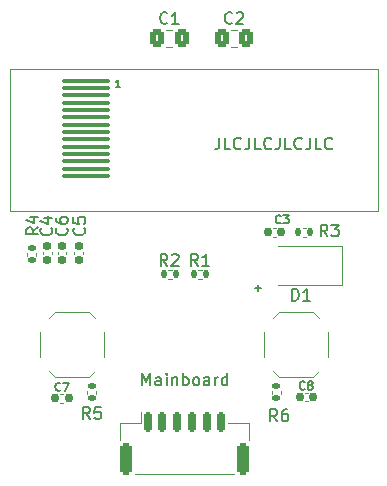
<source format=gbr>
%TF.GenerationSoftware,KiCad,Pcbnew,6.0.10-86aedd382b~118~ubuntu22.04.1*%
%TF.CreationDate,2023-02-07T20:01:53+01:00*%
%TF.ProjectId,ioBoard,696f426f-6172-4642-9e6b-696361645f70,rev?*%
%TF.SameCoordinates,Original*%
%TF.FileFunction,Legend,Top*%
%TF.FilePolarity,Positive*%
%FSLAX46Y46*%
G04 Gerber Fmt 4.6, Leading zero omitted, Abs format (unit mm)*
G04 Created by KiCad (PCBNEW 6.0.10-86aedd382b~118~ubuntu22.04.1) date 2023-02-07 20:01:53*
%MOMM*%
%LPD*%
G01*
G04 APERTURE LIST*
G04 Aperture macros list*
%AMRoundRect*
0 Rectangle with rounded corners*
0 $1 Rounding radius*
0 $2 $3 $4 $5 $6 $7 $8 $9 X,Y pos of 4 corners*
0 Add a 4 corners polygon primitive as box body*
4,1,4,$2,$3,$4,$5,$6,$7,$8,$9,$2,$3,0*
0 Add four circle primitives for the rounded corners*
1,1,$1+$1,$2,$3*
1,1,$1+$1,$4,$5*
1,1,$1+$1,$6,$7*
1,1,$1+$1,$8,$9*
0 Add four rect primitives between the rounded corners*
20,1,$1+$1,$2,$3,$4,$5,0*
20,1,$1+$1,$4,$5,$6,$7,0*
20,1,$1+$1,$6,$7,$8,$9,0*
20,1,$1+$1,$8,$9,$2,$3,0*%
G04 Aperture macros list end*
%ADD10C,0.150000*%
%ADD11C,0.120000*%
%ADD12RoundRect,0.150000X-0.150000X-0.700000X0.150000X-0.700000X0.150000X0.700000X-0.150000X0.700000X0*%
%ADD13RoundRect,0.250000X-0.250000X-1.100000X0.250000X-1.100000X0.250000X1.100000X-0.250000X1.100000X0*%
%ADD14RoundRect,0.155000X0.212500X0.155000X-0.212500X0.155000X-0.212500X-0.155000X0.212500X-0.155000X0*%
%ADD15RoundRect,0.250000X-0.337500X-0.475000X0.337500X-0.475000X0.337500X0.475000X-0.337500X0.475000X0*%
%ADD16RoundRect,0.135000X-0.185000X0.135000X-0.185000X-0.135000X0.185000X-0.135000X0.185000X0.135000X0*%
%ADD17R,2.500000X1.800000*%
%ADD18RoundRect,0.155000X-0.155000X0.212500X-0.155000X-0.212500X0.155000X-0.212500X0.155000X0.212500X0*%
%ADD19RoundRect,0.135000X-0.135000X-0.185000X0.135000X-0.185000X0.135000X0.185000X-0.135000X0.185000X0*%
%ADD20C,2.200000*%
%ADD21RoundRect,0.155000X-0.212500X-0.155000X0.212500X-0.155000X0.212500X0.155000X-0.212500X0.155000X0*%
%ADD22R,1.800000X1.100000*%
%ADD23RoundRect,0.087500X-1.912500X-0.087500X1.912500X-0.087500X1.912500X0.087500X-1.912500X0.087500X0*%
%ADD24RoundRect,0.135000X0.135000X0.185000X-0.135000X0.185000X-0.135000X-0.185000X0.135000X-0.185000X0*%
%ADD25C,0.800000*%
G04 APERTURE END LIST*
D10*
X103466933Y-105460000D02*
X104000266Y-105460000D01*
X103733600Y-105726666D02*
X103733600Y-105193333D01*
X93940761Y-113693380D02*
X93940761Y-112693380D01*
X94274095Y-113407666D01*
X94607428Y-112693380D01*
X94607428Y-113693380D01*
X95512190Y-113693380D02*
X95512190Y-113169571D01*
X95464571Y-113074333D01*
X95369333Y-113026714D01*
X95178857Y-113026714D01*
X95083619Y-113074333D01*
X95512190Y-113645761D02*
X95416952Y-113693380D01*
X95178857Y-113693380D01*
X95083619Y-113645761D01*
X95036000Y-113550523D01*
X95036000Y-113455285D01*
X95083619Y-113360047D01*
X95178857Y-113312428D01*
X95416952Y-113312428D01*
X95512190Y-113264809D01*
X95988380Y-113693380D02*
X95988380Y-113026714D01*
X95988380Y-112693380D02*
X95940761Y-112741000D01*
X95988380Y-112788619D01*
X96036000Y-112741000D01*
X95988380Y-112693380D01*
X95988380Y-112788619D01*
X96464571Y-113026714D02*
X96464571Y-113693380D01*
X96464571Y-113121952D02*
X96512190Y-113074333D01*
X96607428Y-113026714D01*
X96750285Y-113026714D01*
X96845523Y-113074333D01*
X96893142Y-113169571D01*
X96893142Y-113693380D01*
X97369333Y-113693380D02*
X97369333Y-112693380D01*
X97369333Y-113074333D02*
X97464571Y-113026714D01*
X97655047Y-113026714D01*
X97750285Y-113074333D01*
X97797904Y-113121952D01*
X97845523Y-113217190D01*
X97845523Y-113502904D01*
X97797904Y-113598142D01*
X97750285Y-113645761D01*
X97655047Y-113693380D01*
X97464571Y-113693380D01*
X97369333Y-113645761D01*
X98416952Y-113693380D02*
X98321714Y-113645761D01*
X98274095Y-113598142D01*
X98226476Y-113502904D01*
X98226476Y-113217190D01*
X98274095Y-113121952D01*
X98321714Y-113074333D01*
X98416952Y-113026714D01*
X98559809Y-113026714D01*
X98655047Y-113074333D01*
X98702666Y-113121952D01*
X98750285Y-113217190D01*
X98750285Y-113502904D01*
X98702666Y-113598142D01*
X98655047Y-113645761D01*
X98559809Y-113693380D01*
X98416952Y-113693380D01*
X99607428Y-113693380D02*
X99607428Y-113169571D01*
X99559809Y-113074333D01*
X99464571Y-113026714D01*
X99274095Y-113026714D01*
X99178857Y-113074333D01*
X99607428Y-113645761D02*
X99512190Y-113693380D01*
X99274095Y-113693380D01*
X99178857Y-113645761D01*
X99131238Y-113550523D01*
X99131238Y-113455285D01*
X99178857Y-113360047D01*
X99274095Y-113312428D01*
X99512190Y-113312428D01*
X99607428Y-113264809D01*
X100083619Y-113693380D02*
X100083619Y-113026714D01*
X100083619Y-113217190D02*
X100131238Y-113121952D01*
X100178857Y-113074333D01*
X100274095Y-113026714D01*
X100369333Y-113026714D01*
X101131238Y-113693380D02*
X101131238Y-112693380D01*
X101131238Y-113645761D02*
X101036000Y-113693380D01*
X100845523Y-113693380D01*
X100750285Y-113645761D01*
X100702666Y-113598142D01*
X100655047Y-113502904D01*
X100655047Y-113217190D01*
X100702666Y-113121952D01*
X100750285Y-113074333D01*
X100845523Y-113026714D01*
X101036000Y-113026714D01*
X101131238Y-113074333D01*
X100435352Y-92721180D02*
X100435352Y-93435466D01*
X100387733Y-93578323D01*
X100292495Y-93673561D01*
X100149638Y-93721180D01*
X100054400Y-93721180D01*
X101387733Y-93721180D02*
X100911542Y-93721180D01*
X100911542Y-92721180D01*
X102292495Y-93625942D02*
X102244876Y-93673561D01*
X102102019Y-93721180D01*
X102006780Y-93721180D01*
X101863923Y-93673561D01*
X101768685Y-93578323D01*
X101721066Y-93483085D01*
X101673447Y-93292609D01*
X101673447Y-93149752D01*
X101721066Y-92959276D01*
X101768685Y-92864038D01*
X101863923Y-92768800D01*
X102006780Y-92721180D01*
X102102019Y-92721180D01*
X102244876Y-92768800D01*
X102292495Y-92816419D01*
X103006780Y-92721180D02*
X103006780Y-93435466D01*
X102959161Y-93578323D01*
X102863923Y-93673561D01*
X102721066Y-93721180D01*
X102625828Y-93721180D01*
X103959161Y-93721180D02*
X103482971Y-93721180D01*
X103482971Y-92721180D01*
X104863923Y-93625942D02*
X104816304Y-93673561D01*
X104673447Y-93721180D01*
X104578209Y-93721180D01*
X104435352Y-93673561D01*
X104340114Y-93578323D01*
X104292495Y-93483085D01*
X104244876Y-93292609D01*
X104244876Y-93149752D01*
X104292495Y-92959276D01*
X104340114Y-92864038D01*
X104435352Y-92768800D01*
X104578209Y-92721180D01*
X104673447Y-92721180D01*
X104816304Y-92768800D01*
X104863923Y-92816419D01*
X105578209Y-92721180D02*
X105578209Y-93435466D01*
X105530590Y-93578323D01*
X105435352Y-93673561D01*
X105292495Y-93721180D01*
X105197257Y-93721180D01*
X106530590Y-93721180D02*
X106054400Y-93721180D01*
X106054400Y-92721180D01*
X107435352Y-93625942D02*
X107387733Y-93673561D01*
X107244876Y-93721180D01*
X107149638Y-93721180D01*
X107006780Y-93673561D01*
X106911542Y-93578323D01*
X106863923Y-93483085D01*
X106816304Y-93292609D01*
X106816304Y-93149752D01*
X106863923Y-92959276D01*
X106911542Y-92864038D01*
X107006780Y-92768800D01*
X107149638Y-92721180D01*
X107244876Y-92721180D01*
X107387733Y-92768800D01*
X107435352Y-92816419D01*
X108149638Y-92721180D02*
X108149638Y-93435466D01*
X108102019Y-93578323D01*
X108006780Y-93673561D01*
X107863923Y-93721180D01*
X107768685Y-93721180D01*
X109102019Y-93721180D02*
X108625828Y-93721180D01*
X108625828Y-92721180D01*
X110006780Y-93625942D02*
X109959161Y-93673561D01*
X109816304Y-93721180D01*
X109721066Y-93721180D01*
X109578209Y-93673561D01*
X109482971Y-93578323D01*
X109435352Y-93483085D01*
X109387733Y-93292609D01*
X109387733Y-93149752D01*
X109435352Y-92959276D01*
X109482971Y-92864038D01*
X109578209Y-92768800D01*
X109721066Y-92721180D01*
X109816304Y-92721180D01*
X109959161Y-92768800D01*
X110006780Y-92816419D01*
%TO.C,C8*%
X107680933Y-113991200D02*
X107647600Y-114024533D01*
X107547600Y-114057866D01*
X107480933Y-114057866D01*
X107380933Y-114024533D01*
X107314266Y-113957866D01*
X107280933Y-113891200D01*
X107247600Y-113757866D01*
X107247600Y-113657866D01*
X107280933Y-113524533D01*
X107314266Y-113457866D01*
X107380933Y-113391200D01*
X107480933Y-113357866D01*
X107547600Y-113357866D01*
X107647600Y-113391200D01*
X107680933Y-113424533D01*
X108080933Y-113657866D02*
X108014266Y-113624533D01*
X107980933Y-113591200D01*
X107947600Y-113524533D01*
X107947600Y-113491200D01*
X107980933Y-113424533D01*
X108014266Y-113391200D01*
X108080933Y-113357866D01*
X108214266Y-113357866D01*
X108280933Y-113391200D01*
X108314266Y-113424533D01*
X108347600Y-113491200D01*
X108347600Y-113524533D01*
X108314266Y-113591200D01*
X108280933Y-113624533D01*
X108214266Y-113657866D01*
X108080933Y-113657866D01*
X108014266Y-113691200D01*
X107980933Y-113724533D01*
X107947600Y-113791200D01*
X107947600Y-113924533D01*
X107980933Y-113991200D01*
X108014266Y-114024533D01*
X108080933Y-114057866D01*
X108214266Y-114057866D01*
X108280933Y-114024533D01*
X108314266Y-113991200D01*
X108347600Y-113924533D01*
X108347600Y-113791200D01*
X108314266Y-113724533D01*
X108280933Y-113691200D01*
X108214266Y-113657866D01*
%TO.C,C1*%
X96048533Y-83005142D02*
X96000914Y-83052761D01*
X95858057Y-83100380D01*
X95762819Y-83100380D01*
X95619961Y-83052761D01*
X95524723Y-82957523D01*
X95477104Y-82862285D01*
X95429485Y-82671809D01*
X95429485Y-82528952D01*
X95477104Y-82338476D01*
X95524723Y-82243238D01*
X95619961Y-82148000D01*
X95762819Y-82100380D01*
X95858057Y-82100380D01*
X96000914Y-82148000D01*
X96048533Y-82195619D01*
X97000914Y-83100380D02*
X96429485Y-83100380D01*
X96715200Y-83100380D02*
X96715200Y-82100380D01*
X96619961Y-82243238D01*
X96524723Y-82338476D01*
X96429485Y-82386095D01*
%TO.C,R5*%
X89495333Y-116530380D02*
X89162000Y-116054190D01*
X88923904Y-116530380D02*
X88923904Y-115530380D01*
X89304857Y-115530380D01*
X89400095Y-115578000D01*
X89447714Y-115625619D01*
X89495333Y-115720857D01*
X89495333Y-115863714D01*
X89447714Y-115958952D01*
X89400095Y-116006571D01*
X89304857Y-116054190D01*
X88923904Y-116054190D01*
X90400095Y-115530380D02*
X89923904Y-115530380D01*
X89876285Y-116006571D01*
X89923904Y-115958952D01*
X90019142Y-115911333D01*
X90257238Y-115911333D01*
X90352476Y-115958952D01*
X90400095Y-116006571D01*
X90447714Y-116101809D01*
X90447714Y-116339904D01*
X90400095Y-116435142D01*
X90352476Y-116482761D01*
X90257238Y-116530380D01*
X90019142Y-116530380D01*
X89923904Y-116482761D01*
X89876285Y-116435142D01*
%TO.C,D1*%
X106602304Y-106522780D02*
X106602304Y-105522780D01*
X106840400Y-105522780D01*
X106983257Y-105570400D01*
X107078495Y-105665638D01*
X107126114Y-105760876D01*
X107173733Y-105951352D01*
X107173733Y-106094209D01*
X107126114Y-106284685D01*
X107078495Y-106379923D01*
X106983257Y-106475161D01*
X106840400Y-106522780D01*
X106602304Y-106522780D01*
X108126114Y-106522780D02*
X107554685Y-106522780D01*
X107840400Y-106522780D02*
X107840400Y-105522780D01*
X107745161Y-105665638D01*
X107649923Y-105760876D01*
X107554685Y-105808495D01*
%TO.C,C6*%
X87521142Y-100380831D02*
X87568761Y-100428450D01*
X87616380Y-100571307D01*
X87616380Y-100666545D01*
X87568761Y-100809403D01*
X87473523Y-100904641D01*
X87378285Y-100952260D01*
X87187809Y-100999879D01*
X87044952Y-100999879D01*
X86854476Y-100952260D01*
X86759238Y-100904641D01*
X86664000Y-100809403D01*
X86616380Y-100666545D01*
X86616380Y-100571307D01*
X86664000Y-100428450D01*
X86711619Y-100380831D01*
X86616380Y-99523688D02*
X86616380Y-99714165D01*
X86664000Y-99809403D01*
X86711619Y-99857022D01*
X86854476Y-99952260D01*
X87044952Y-99999879D01*
X87425904Y-99999879D01*
X87521142Y-99952260D01*
X87568761Y-99904641D01*
X87616380Y-99809403D01*
X87616380Y-99618926D01*
X87568761Y-99523688D01*
X87521142Y-99476069D01*
X87425904Y-99428450D01*
X87187809Y-99428450D01*
X87092571Y-99476069D01*
X87044952Y-99523688D01*
X86997333Y-99618926D01*
X86997333Y-99809403D01*
X87044952Y-99904641D01*
X87092571Y-99952260D01*
X87187809Y-99999879D01*
%TO.C,R1*%
X98639333Y-103574780D02*
X98306000Y-103098590D01*
X98067904Y-103574780D02*
X98067904Y-102574780D01*
X98448857Y-102574780D01*
X98544095Y-102622400D01*
X98591714Y-102670019D01*
X98639333Y-102765257D01*
X98639333Y-102908114D01*
X98591714Y-103003352D01*
X98544095Y-103050971D01*
X98448857Y-103098590D01*
X98067904Y-103098590D01*
X99591714Y-103574780D02*
X99020285Y-103574780D01*
X99306000Y-103574780D02*
X99306000Y-102574780D01*
X99210761Y-102717638D01*
X99115523Y-102812876D01*
X99020285Y-102860495D01*
%TO.C,R3*%
X109612133Y-101087180D02*
X109278800Y-100610990D01*
X109040704Y-101087180D02*
X109040704Y-100087180D01*
X109421657Y-100087180D01*
X109516895Y-100134800D01*
X109564514Y-100182419D01*
X109612133Y-100277657D01*
X109612133Y-100420514D01*
X109564514Y-100515752D01*
X109516895Y-100563371D01*
X109421657Y-100610990D01*
X109040704Y-100610990D01*
X109945466Y-100087180D02*
X110564514Y-100087180D01*
X110231180Y-100468133D01*
X110374038Y-100468133D01*
X110469276Y-100515752D01*
X110516895Y-100563371D01*
X110564514Y-100658609D01*
X110564514Y-100896704D01*
X110516895Y-100991942D01*
X110469276Y-101039561D01*
X110374038Y-101087180D01*
X110088323Y-101087180D01*
X109993085Y-101039561D01*
X109945466Y-100991942D01*
%TO.C,R6*%
X105344933Y-116733580D02*
X105011600Y-116257390D01*
X104773504Y-116733580D02*
X104773504Y-115733580D01*
X105154457Y-115733580D01*
X105249695Y-115781200D01*
X105297314Y-115828819D01*
X105344933Y-115924057D01*
X105344933Y-116066914D01*
X105297314Y-116162152D01*
X105249695Y-116209771D01*
X105154457Y-116257390D01*
X104773504Y-116257390D01*
X106202076Y-115733580D02*
X106011600Y-115733580D01*
X105916361Y-115781200D01*
X105868742Y-115828819D01*
X105773504Y-115971676D01*
X105725885Y-116162152D01*
X105725885Y-116543104D01*
X105773504Y-116638342D01*
X105821123Y-116685961D01*
X105916361Y-116733580D01*
X106106838Y-116733580D01*
X106202076Y-116685961D01*
X106249695Y-116638342D01*
X106297314Y-116543104D01*
X106297314Y-116305009D01*
X106249695Y-116209771D01*
X106202076Y-116162152D01*
X106106838Y-116114533D01*
X105916361Y-116114533D01*
X105821123Y-116162152D01*
X105773504Y-116209771D01*
X105725885Y-116305009D01*
%TO.C,C2*%
X101534933Y-83005142D02*
X101487314Y-83052761D01*
X101344457Y-83100380D01*
X101249219Y-83100380D01*
X101106361Y-83052761D01*
X101011123Y-82957523D01*
X100963504Y-82862285D01*
X100915885Y-82671809D01*
X100915885Y-82528952D01*
X100963504Y-82338476D01*
X101011123Y-82243238D01*
X101106361Y-82148000D01*
X101249219Y-82100380D01*
X101344457Y-82100380D01*
X101487314Y-82148000D01*
X101534933Y-82195619D01*
X101915885Y-82195619D02*
X101963504Y-82148000D01*
X102058742Y-82100380D01*
X102296838Y-82100380D01*
X102392076Y-82148000D01*
X102439695Y-82195619D01*
X102487314Y-82290857D01*
X102487314Y-82386095D01*
X102439695Y-82528952D01*
X101868266Y-83100380D01*
X102487314Y-83100380D01*
%TO.C,R4*%
X85127180Y-100330031D02*
X84650990Y-100663365D01*
X85127180Y-100901460D02*
X84127180Y-100901460D01*
X84127180Y-100520507D01*
X84174800Y-100425269D01*
X84222419Y-100377650D01*
X84317657Y-100330031D01*
X84460514Y-100330031D01*
X84555752Y-100377650D01*
X84603371Y-100425269D01*
X84650990Y-100520507D01*
X84650990Y-100901460D01*
X84460514Y-99472888D02*
X85127180Y-99472888D01*
X84079561Y-99710984D02*
X84793847Y-99949079D01*
X84793847Y-99330031D01*
%TO.C,C7*%
X87005333Y-114092800D02*
X86972000Y-114126133D01*
X86872000Y-114159466D01*
X86805333Y-114159466D01*
X86705333Y-114126133D01*
X86638666Y-114059466D01*
X86605333Y-113992800D01*
X86572000Y-113859466D01*
X86572000Y-113759466D01*
X86605333Y-113626133D01*
X86638666Y-113559466D01*
X86705333Y-113492800D01*
X86805333Y-113459466D01*
X86872000Y-113459466D01*
X86972000Y-113492800D01*
X87005333Y-113526133D01*
X87238666Y-113459466D02*
X87705333Y-113459466D01*
X87405333Y-114159466D01*
%TO.C,C3*%
X105648933Y-99919600D02*
X105615600Y-99952933D01*
X105515600Y-99986266D01*
X105448933Y-99986266D01*
X105348933Y-99952933D01*
X105282266Y-99886266D01*
X105248933Y-99819600D01*
X105215600Y-99686266D01*
X105215600Y-99586266D01*
X105248933Y-99452933D01*
X105282266Y-99386266D01*
X105348933Y-99319600D01*
X105448933Y-99286266D01*
X105515600Y-99286266D01*
X105615600Y-99319600D01*
X105648933Y-99352933D01*
X105882266Y-99286266D02*
X106315600Y-99286266D01*
X106082266Y-99552933D01*
X106182266Y-99552933D01*
X106248933Y-99586266D01*
X106282266Y-99619600D01*
X106315600Y-99686266D01*
X106315600Y-99852933D01*
X106282266Y-99919600D01*
X106248933Y-99952933D01*
X106182266Y-99986266D01*
X105982266Y-99986266D01*
X105915600Y-99952933D01*
X105882266Y-99919600D01*
%TO.C,J2*%
X92017828Y-88460228D02*
X91674971Y-88460228D01*
X91846400Y-88460228D02*
X91846400Y-87860228D01*
X91789257Y-87945942D01*
X91732114Y-88003085D01*
X91674971Y-88031657D01*
%TO.C,C4*%
X86209142Y-100380831D02*
X86256761Y-100428450D01*
X86304380Y-100571307D01*
X86304380Y-100666545D01*
X86256761Y-100809403D01*
X86161523Y-100904641D01*
X86066285Y-100952260D01*
X85875809Y-100999879D01*
X85732952Y-100999879D01*
X85542476Y-100952260D01*
X85447238Y-100904641D01*
X85352000Y-100809403D01*
X85304380Y-100666545D01*
X85304380Y-100571307D01*
X85352000Y-100428450D01*
X85399619Y-100380831D01*
X85637714Y-99523688D02*
X86304380Y-99523688D01*
X85256761Y-99761784D02*
X85971047Y-99999879D01*
X85971047Y-99380831D01*
%TO.C,R2*%
X96048533Y-103576380D02*
X95715200Y-103100190D01*
X95477104Y-103576380D02*
X95477104Y-102576380D01*
X95858057Y-102576380D01*
X95953295Y-102624000D01*
X96000914Y-102671619D01*
X96048533Y-102766857D01*
X96048533Y-102909714D01*
X96000914Y-103004952D01*
X95953295Y-103052571D01*
X95858057Y-103100190D01*
X95477104Y-103100190D01*
X96429485Y-102671619D02*
X96477104Y-102624000D01*
X96572342Y-102576380D01*
X96810438Y-102576380D01*
X96905676Y-102624000D01*
X96953295Y-102671619D01*
X97000914Y-102766857D01*
X97000914Y-102862095D01*
X96953295Y-103004952D01*
X96381866Y-103576380D01*
X97000914Y-103576380D01*
%TO.C,C5*%
X88994342Y-100380831D02*
X89041961Y-100428450D01*
X89089580Y-100571307D01*
X89089580Y-100666545D01*
X89041961Y-100809403D01*
X88946723Y-100904641D01*
X88851485Y-100952260D01*
X88661009Y-100999879D01*
X88518152Y-100999879D01*
X88327676Y-100952260D01*
X88232438Y-100904641D01*
X88137200Y-100809403D01*
X88089580Y-100666545D01*
X88089580Y-100571307D01*
X88137200Y-100428450D01*
X88184819Y-100380831D01*
X88089580Y-99476069D02*
X88089580Y-99952260D01*
X88565771Y-99999879D01*
X88518152Y-99952260D01*
X88470533Y-99857022D01*
X88470533Y-99618926D01*
X88518152Y-99523688D01*
X88565771Y-99476069D01*
X88661009Y-99428450D01*
X88899104Y-99428450D01*
X88994342Y-99476069D01*
X89041961Y-99523688D01*
X89089580Y-99618926D01*
X89089580Y-99857022D01*
X89041961Y-99952260D01*
X88994342Y-99999879D01*
D11*
%TO.C,J1*%
X93295600Y-121178000D02*
X101725600Y-121178000D01*
X92025600Y-118358000D02*
X92025600Y-116908000D01*
X102995600Y-118358000D02*
X102995600Y-116908000D01*
X102995600Y-116908000D02*
X101195600Y-116908000D01*
X93825600Y-116908000D02*
X93825600Y-115918000D01*
X92025600Y-116908000D02*
X93825600Y-116908000D01*
%TO.C,C8*%
X107927670Y-115062000D02*
X107696000Y-115062000D01*
X107927670Y-114342000D02*
X107696000Y-114342000D01*
%TO.C,C1*%
X95953948Y-85063000D02*
X96476452Y-85063000D01*
X95953948Y-83593000D02*
X96476452Y-83593000D01*
%TO.C,R5*%
X89282000Y-114146359D02*
X89282000Y-114453641D01*
X90042000Y-114146359D02*
X90042000Y-114453641D01*
%TO.C,D1*%
X110810000Y-105180400D02*
X105410000Y-105180400D01*
X110810000Y-105180400D02*
X110810000Y-101880400D01*
X110810000Y-101880400D02*
X105410000Y-101880400D01*
%TO.C,C6*%
X86762000Y-102384330D02*
X86762000Y-102616000D01*
X87482000Y-102384330D02*
X87482000Y-102616000D01*
%TO.C,R1*%
X98652359Y-103912400D02*
X98959641Y-103912400D01*
X98652359Y-104672400D02*
X98959641Y-104672400D01*
%TO.C,R3*%
X107510359Y-101116400D02*
X107817641Y-101116400D01*
X107510359Y-100356400D02*
X107817641Y-100356400D01*
%TO.C,R6*%
X105662000Y-114146359D02*
X105662000Y-114453641D01*
X104902000Y-114146359D02*
X104902000Y-114453641D01*
%TO.C,C2*%
X101440348Y-85063000D02*
X101962852Y-85063000D01*
X101440348Y-83593000D02*
X101962852Y-83593000D01*
%TO.C,R4*%
X84202000Y-102462359D02*
X84202000Y-102769641D01*
X84962000Y-102462359D02*
X84962000Y-102769641D01*
%TO.C,C7*%
X87006165Y-115168000D02*
X87237835Y-115168000D01*
X87006165Y-114448000D02*
X87237835Y-114448000D01*
%TO.C,C3*%
X105239835Y-100376400D02*
X105008165Y-100376400D01*
X105239835Y-101096400D02*
X105008165Y-101096400D01*
%TO.C,SW1*%
X86550000Y-112956000D02*
X89450000Y-112956000D01*
X89450000Y-107516000D02*
X89940000Y-108006000D01*
X90720000Y-111276000D02*
X90720000Y-109196000D01*
X86550000Y-107516000D02*
X89450000Y-107516000D01*
X86550000Y-112956000D02*
X86060000Y-112466000D01*
X89450000Y-112956000D02*
X89940000Y-112466000D01*
X85280000Y-111276000D02*
X85280000Y-109196000D01*
X86550000Y-107516000D02*
X86060000Y-108006000D01*
%TO.C,J2*%
X82727800Y-86918800D02*
X113868200Y-86918800D01*
X113868200Y-86918800D02*
X113868200Y-98958400D01*
X113868200Y-98958400D02*
X82727800Y-98958400D01*
X82727800Y-98958400D02*
X82727800Y-86918800D01*
%TO.C,C4*%
X85534000Y-102384330D02*
X85534000Y-102616000D01*
X86254000Y-102384330D02*
X86254000Y-102616000D01*
%TO.C,SW2*%
X105484000Y-112956000D02*
X104994000Y-112466000D01*
X104214000Y-111276000D02*
X104214000Y-109196000D01*
X108384000Y-107516000D02*
X108874000Y-108006000D01*
X105484000Y-107516000D02*
X108384000Y-107516000D01*
X105484000Y-112956000D02*
X108384000Y-112956000D01*
X109654000Y-111276000D02*
X109654000Y-109196000D01*
X105484000Y-107516000D02*
X104994000Y-108006000D01*
X108384000Y-112956000D02*
X108874000Y-112466000D01*
%TO.C,R2*%
X96419641Y-103912400D02*
X96112359Y-103912400D01*
X96419641Y-104672400D02*
X96112359Y-104672400D01*
%TO.C,C5*%
X88900000Y-102384330D02*
X88900000Y-102616000D01*
X88180000Y-102384330D02*
X88180000Y-102616000D01*
%TD*%
%LPC*%
D12*
%TO.C,J1*%
X94385600Y-116768000D03*
X95635600Y-116768000D03*
X96885600Y-116768000D03*
X98135600Y-116768000D03*
X99385600Y-116768000D03*
X100635600Y-116768000D03*
D13*
X92535600Y-119968000D03*
X102485600Y-119968000D03*
%TD*%
D14*
%TO.C,C8*%
X108379335Y-114702000D03*
X107244335Y-114702000D03*
%TD*%
D15*
%TO.C,C1*%
X95177700Y-84328000D03*
X97252700Y-84328000D03*
%TD*%
D16*
%TO.C,R5*%
X89662000Y-113790000D03*
X89662000Y-114810000D03*
%TD*%
D17*
%TO.C,D1*%
X109410000Y-103530400D03*
X105410000Y-103530400D03*
%TD*%
D18*
%TO.C,C6*%
X87122000Y-101932665D03*
X87122000Y-103067665D03*
%TD*%
D19*
%TO.C,R1*%
X98296000Y-104292400D03*
X99316000Y-104292400D03*
%TD*%
%TO.C,R3*%
X107154000Y-100736400D03*
X108174000Y-100736400D03*
%TD*%
D16*
%TO.C,R6*%
X105282000Y-113790000D03*
X105282000Y-114810000D03*
%TD*%
D20*
%TO.C,H4*%
X111760000Y-83312000D03*
%TD*%
D15*
%TO.C,C2*%
X100664100Y-84328000D03*
X102739100Y-84328000D03*
%TD*%
D16*
%TO.C,R4*%
X84582000Y-102106000D03*
X84582000Y-103126000D03*
%TD*%
D21*
%TO.C,C7*%
X86554500Y-114808000D03*
X87689500Y-114808000D03*
%TD*%
D14*
%TO.C,C3*%
X105691500Y-100736400D03*
X104556500Y-100736400D03*
%TD*%
D20*
%TO.C,H3*%
X83312000Y-83312000D03*
%TD*%
%TO.C,H2*%
X83312000Y-118618000D03*
%TD*%
D22*
%TO.C,SW1*%
X84900000Y-108386000D03*
X91100000Y-108386000D03*
X84900000Y-112086000D03*
X91100000Y-112086000D03*
%TD*%
D20*
%TO.C,H1*%
X111760000Y-118618000D03*
%TD*%
D23*
%TO.C,J2*%
X89132400Y-87913200D03*
X89132400Y-88533200D03*
X89132400Y-89153200D03*
X89132400Y-89773200D03*
X89132400Y-90393200D03*
X89132400Y-91013200D03*
X89132400Y-91633200D03*
X89132400Y-92253200D03*
X89132400Y-92873200D03*
X89132400Y-93493200D03*
X89132400Y-94113200D03*
X89132400Y-94733200D03*
X89132400Y-95353200D03*
X89132400Y-95973200D03*
%TD*%
D18*
%TO.C,C4*%
X85894000Y-101932665D03*
X85894000Y-103067665D03*
%TD*%
D22*
%TO.C,SW2*%
X103834000Y-108386000D03*
X110034000Y-108386000D03*
X103834000Y-112086000D03*
X110034000Y-112086000D03*
%TD*%
D24*
%TO.C,R2*%
X96776000Y-104292400D03*
X95756000Y-104292400D03*
%TD*%
D18*
%TO.C,C5*%
X88540000Y-101932665D03*
X88540000Y-103067665D03*
%TD*%
D25*
X86512400Y-115773200D03*
X87113200Y-104024165D03*
X86106000Y-91694000D03*
X84836000Y-106883200D03*
X110083600Y-106883200D03*
X88535600Y-104024165D03*
X95910400Y-114858800D03*
X84624000Y-104024165D03*
X85894000Y-104024165D03*
X108356400Y-115824000D03*
X104546400Y-99720400D03*
X94996000Y-114858800D03*
X98907600Y-106070400D03*
X96136100Y-106070400D03*
M02*

</source>
